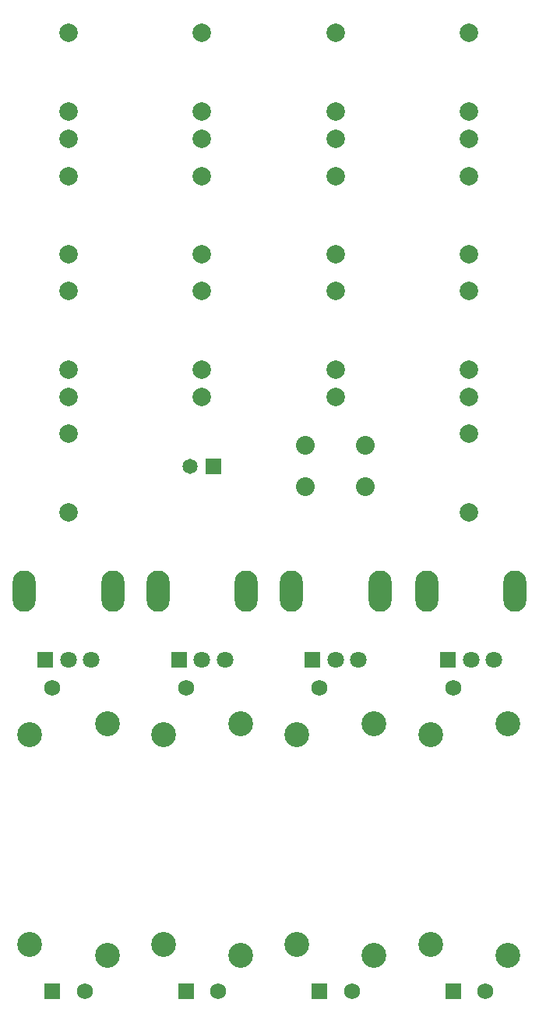
<source format=gts>
G04 #@! TF.GenerationSoftware,KiCad,Pcbnew,7.0.8*
G04 #@! TF.CreationDate,2024-09-22T18:55:50-04:00*
G04 #@! TF.ProjectId,lichen-four-board,6c696368-656e-42d6-966f-75722d626f61,rev?*
G04 #@! TF.SameCoordinates,Original*
G04 #@! TF.FileFunction,Soldermask,Top*
G04 #@! TF.FilePolarity,Negative*
%FSLAX46Y46*%
G04 Gerber Fmt 4.6, Leading zero omitted, Abs format (unit mm)*
G04 Created by KiCad (PCBNEW 7.0.8) date 2024-09-22 18:55:50*
%MOMM*%
%LPD*%
G01*
G04 APERTURE LIST*
%ADD10R,1.750000X1.750000*%
%ADD11C,1.750000*%
%ADD12C,2.700000*%
%ADD13C,1.651000*%
%ADD14R,1.651000X1.651000*%
%ADD15O,2.500000X4.500000*%
%ADD16R,1.800000X1.800000*%
%ADD17C,1.800000*%
%ADD18C,2.000000*%
%ADD19C,2.032000*%
G04 APERTURE END LIST*
D10*
X106777000Y-216390000D03*
D11*
X110277000Y-216390000D03*
X106777000Y-183390000D03*
D12*
X112727000Y-212490000D03*
X104327000Y-211290000D03*
X104327000Y-188490000D03*
X112727000Y-187290000D03*
D13*
X121773000Y-159339000D03*
D14*
X124313000Y-159339000D03*
D10*
X150323000Y-216390000D03*
D11*
X153823000Y-216390000D03*
X150323000Y-183390000D03*
D12*
X156273000Y-212490000D03*
X147873000Y-211290000D03*
X147873000Y-188490000D03*
X156273000Y-187290000D03*
D15*
X118243000Y-172915000D03*
X127843000Y-172915000D03*
D16*
X120543000Y-180415000D03*
D17*
X123043000Y-180415000D03*
X125543000Y-180415000D03*
D18*
X152073000Y-123839000D03*
X152073000Y-112339000D03*
X152073000Y-120839000D03*
X137558000Y-123839000D03*
X137558000Y-112339000D03*
X137558000Y-120839000D03*
X108527000Y-164339000D03*
X108527000Y-155839000D03*
D15*
X132758000Y-172915000D03*
X142358000Y-172915000D03*
D16*
X135058000Y-180415000D03*
D17*
X137558000Y-180415000D03*
X140058000Y-180415000D03*
D18*
X108527000Y-123839000D03*
X108527000Y-112339000D03*
X108527000Y-120839000D03*
X108527000Y-151839000D03*
X108527000Y-140339000D03*
X108527000Y-148839000D03*
X108527000Y-136339000D03*
X108527000Y-127839000D03*
D19*
X134306800Y-157078400D03*
X140809200Y-157078400D03*
X134306800Y-161599600D03*
X140809200Y-161599600D03*
D18*
X137558000Y-136339000D03*
X137558000Y-127839000D03*
D15*
X147465000Y-172915000D03*
X157065000Y-172915000D03*
D16*
X149765000Y-180415000D03*
D17*
X152265000Y-180415000D03*
X154765000Y-180415000D03*
D18*
X152073000Y-136339000D03*
X152073000Y-127839000D03*
D10*
X121293000Y-216390000D03*
D11*
X124793000Y-216390000D03*
X121293000Y-183390000D03*
D12*
X127243000Y-212490000D03*
X118843000Y-211290000D03*
X118843000Y-188490000D03*
X127243000Y-187290000D03*
D10*
X135808000Y-216390000D03*
D11*
X139308000Y-216390000D03*
X135808000Y-183390000D03*
D12*
X141758000Y-212490000D03*
X133358000Y-211290000D03*
X133358000Y-188490000D03*
X141758000Y-187290000D03*
D18*
X152073000Y-151839000D03*
X152073000Y-140339000D03*
X152073000Y-148839000D03*
X123043000Y-123839000D03*
X123043000Y-112339000D03*
X123043000Y-120839000D03*
X123043000Y-151839000D03*
X123043000Y-140339000D03*
X123043000Y-148839000D03*
X123043000Y-136339000D03*
X123043000Y-127839000D03*
D15*
X103727000Y-172915000D03*
X113327000Y-172915000D03*
D16*
X106027000Y-180415000D03*
D17*
X108527000Y-180415000D03*
X111027000Y-180415000D03*
D18*
X152073000Y-164339000D03*
X152073000Y-155839000D03*
X137558000Y-151839000D03*
X137558000Y-140339000D03*
X137558000Y-148839000D03*
M02*

</source>
